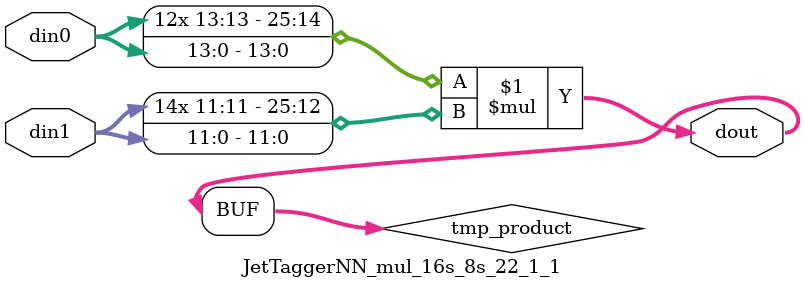
<source format=v>

`timescale 1 ns / 1 ps

  module JetTaggerNN_mul_16s_8s_22_1_1(din0, din1, dout);
parameter ID = 1;
parameter NUM_STAGE = 0;
parameter din0_WIDTH = 14;
parameter din1_WIDTH = 12;
parameter dout_WIDTH = 26;

input [din0_WIDTH - 1 : 0] din0; 
input [din1_WIDTH - 1 : 0] din1; 
output [dout_WIDTH - 1 : 0] dout;

wire signed [dout_WIDTH - 1 : 0] tmp_product;













assign tmp_product = $signed(din0) * $signed(din1);








assign dout = tmp_product;







endmodule

</source>
